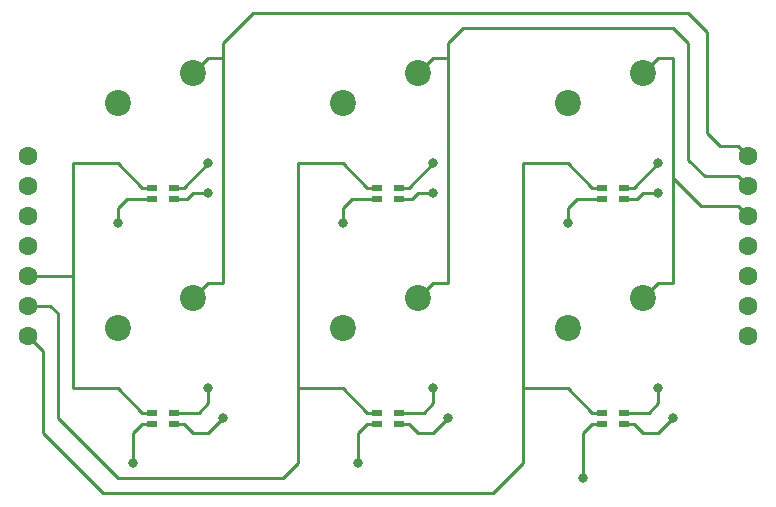
<source format=gbr>
G04 #@! TF.GenerationSoftware,KiCad,Pcbnew,(5.0.0-rc2-dev-471-ge4feb315d)*
G04 #@! TF.CreationDate,2018-04-21T02:21:12+01:00*
G04 #@! TF.ProjectId,cherry_breakout,6368657272795F627265616B6F75742E,rev?*
G04 #@! TF.SameCoordinates,Original*
G04 #@! TF.FileFunction,Copper,L1,Top,Signal*
G04 #@! TF.FilePolarity,Positive*
%FSLAX46Y46*%
G04 Gerber Fmt 4.6, Leading zero omitted, Abs format (unit mm)*
G04 Created by KiCad (PCBNEW (5.0.0-rc2-dev-471-ge4feb315d)) date Sat Apr 21 02:21:12 2018*
%MOMM*%
%LPD*%
G01*
G04 APERTURE LIST*
%ADD10C,1.600000*%
%ADD11R,0.850000X0.500000*%
%ADD12C,2.200000*%
%ADD13C,0.800000*%
%ADD14C,0.250000*%
G04 APERTURE END LIST*
D10*
X116840000Y-88265000D03*
X55880000Y-98425000D03*
X116840000Y-90805000D03*
X55880000Y-100965000D03*
X116840000Y-93345000D03*
X55880000Y-103505000D03*
X116840000Y-95885000D03*
X55880000Y-88265000D03*
X116840000Y-103505000D03*
X116840000Y-100965000D03*
X116840000Y-98425000D03*
X55880000Y-95885000D03*
X55880000Y-93345000D03*
X55880000Y-90805000D03*
D11*
X68210000Y-91940000D03*
X68210000Y-90940000D03*
X66410000Y-90940000D03*
X66410000Y-91940000D03*
X66410000Y-110990000D03*
X66410000Y-109990000D03*
X68210000Y-109990000D03*
X68210000Y-110990000D03*
X85460000Y-91940000D03*
X85460000Y-90940000D03*
X87260000Y-90940000D03*
X87260000Y-91940000D03*
X87260000Y-110990000D03*
X87260000Y-109990000D03*
X85460000Y-109990000D03*
X85460000Y-110990000D03*
X106310000Y-91940000D03*
X106310000Y-90940000D03*
X104510000Y-90940000D03*
X104510000Y-91940000D03*
X104510000Y-110990000D03*
X104510000Y-109990000D03*
X106310000Y-109990000D03*
X106310000Y-110990000D03*
D12*
X63500000Y-83820000D03*
X69850000Y-81280000D03*
X69850000Y-100330000D03*
X63500000Y-102870000D03*
X88900000Y-81280000D03*
X82550000Y-83820000D03*
X82550000Y-102870000D03*
X88900000Y-100330000D03*
X101600000Y-83820000D03*
X107950000Y-81280000D03*
X107950000Y-100330000D03*
X101600000Y-102870000D03*
D13*
X71120000Y-88900000D03*
X90170000Y-88900000D03*
X109220000Y-88900000D03*
X102870000Y-115570000D03*
X83820000Y-114300000D03*
X64770000Y-114300000D03*
X109220000Y-107950000D03*
X90170000Y-107950000D03*
X71120000Y-107950000D03*
X110490000Y-110490000D03*
X91440000Y-110490000D03*
X72390000Y-110490000D03*
X71120000Y-91440000D03*
X90170000Y-91440000D03*
X109220000Y-91440000D03*
X63500000Y-93980000D03*
X82550000Y-93980000D03*
X101600000Y-93980000D03*
D14*
X72390000Y-83820000D02*
X72390000Y-99060000D01*
X71120000Y-99060000D02*
X69850000Y-100330000D01*
X72390000Y-99060000D02*
X71120000Y-99060000D01*
X71120000Y-80010000D02*
X69850000Y-81280000D01*
X72390000Y-80010000D02*
X71120000Y-80010000D01*
X72390000Y-80010000D02*
X72390000Y-83820000D01*
X90170000Y-99060000D02*
X88900000Y-100330000D01*
X91440000Y-99060000D02*
X90170000Y-99060000D01*
X90170000Y-80010000D02*
X88900000Y-81280000D01*
X91440000Y-80010000D02*
X90170000Y-80010000D01*
X91440000Y-80010000D02*
X91440000Y-99060000D01*
X109220000Y-99060000D02*
X107950000Y-100330000D01*
X110490000Y-99060000D02*
X109220000Y-99060000D01*
X109220000Y-80010000D02*
X107950000Y-81280000D01*
X110490000Y-80010000D02*
X109220000Y-80010000D01*
X69080000Y-90940000D02*
X68210000Y-90940000D01*
X71120000Y-88900000D02*
X69080000Y-90940000D01*
X88130000Y-90940000D02*
X87260000Y-90940000D01*
X90170000Y-88900000D02*
X88130000Y-90940000D01*
X107180000Y-90940000D02*
X106310000Y-90940000D01*
X109220000Y-88900000D02*
X107180000Y-90940000D01*
X65540000Y-90940000D02*
X65735000Y-90940000D01*
X59690000Y-88900000D02*
X63500000Y-88900000D01*
X65735000Y-90940000D02*
X66410000Y-90940000D01*
X63500000Y-88900000D02*
X65540000Y-90940000D01*
X59690000Y-107950000D02*
X63500000Y-107950000D01*
X65540000Y-109990000D02*
X66410000Y-109990000D01*
X63500000Y-107950000D02*
X65540000Y-109990000D01*
X102870000Y-115570000D02*
X102870000Y-111760000D01*
X103640000Y-110990000D02*
X104510000Y-110990000D01*
X102870000Y-111760000D02*
X103640000Y-110990000D01*
X83820000Y-114300000D02*
X83820000Y-111760000D01*
X84590000Y-110990000D02*
X85460000Y-110990000D01*
X83820000Y-111760000D02*
X84590000Y-110990000D01*
X64770000Y-114300000D02*
X64770000Y-111760000D01*
X65540000Y-110990000D02*
X66410000Y-110990000D01*
X64770000Y-111760000D02*
X65540000Y-110990000D01*
X109220000Y-107950000D02*
X109220000Y-109220000D01*
X108450000Y-109990000D02*
X106310000Y-109990000D01*
X109220000Y-109220000D02*
X108450000Y-109990000D01*
X90170000Y-107950000D02*
X90170000Y-109220000D01*
X87935000Y-109990000D02*
X87260000Y-109990000D01*
X89400000Y-109990000D02*
X87935000Y-109990000D01*
X90170000Y-109220000D02*
X89400000Y-109990000D01*
X71120000Y-107950000D02*
X71120000Y-109220000D01*
X70350000Y-109990000D02*
X68210000Y-109990000D01*
X71120000Y-109220000D02*
X70350000Y-109990000D01*
X110490000Y-110490000D02*
X109220000Y-111760000D01*
X109220000Y-111760000D02*
X107950000Y-111760000D01*
X107180000Y-110990000D02*
X106310000Y-110990000D01*
X107950000Y-111760000D02*
X107180000Y-110990000D01*
X91440000Y-110490000D02*
X90170000Y-111760000D01*
X90170000Y-111760000D02*
X88900000Y-111760000D01*
X88130000Y-110990000D02*
X87260000Y-110990000D01*
X88900000Y-111760000D02*
X88130000Y-110990000D01*
X72390000Y-110490000D02*
X71120000Y-111760000D01*
X71120000Y-111760000D02*
X69850000Y-111760000D01*
X69080000Y-110990000D02*
X68210000Y-110990000D01*
X69850000Y-111760000D02*
X69080000Y-110990000D01*
X78740000Y-107950000D02*
X82550000Y-107950000D01*
X84590000Y-109990000D02*
X85460000Y-109990000D01*
X82550000Y-107950000D02*
X84590000Y-109990000D01*
X84590000Y-90940000D02*
X85460000Y-90940000D01*
X78740000Y-107950000D02*
X78740000Y-88900000D01*
X82550000Y-88900000D02*
X84590000Y-90940000D01*
X78740000Y-88900000D02*
X82550000Y-88900000D01*
X97790000Y-107950000D02*
X101600000Y-107950000D01*
X103640000Y-109990000D02*
X104510000Y-109990000D01*
X101600000Y-107950000D02*
X103640000Y-109990000D01*
X103640000Y-90940000D02*
X104510000Y-90940000D01*
X101600000Y-88900000D02*
X103640000Y-90940000D01*
X97790000Y-107950000D02*
X97790000Y-88900000D01*
X97790000Y-88900000D02*
X101600000Y-88900000D01*
X90170000Y-91440000D02*
X88900000Y-91440000D01*
X88400000Y-91940000D02*
X87260000Y-91940000D01*
X88900000Y-91440000D02*
X88400000Y-91940000D01*
X109220000Y-91440000D02*
X107950000Y-91440000D01*
X107450000Y-91940000D02*
X106310000Y-91940000D01*
X107950000Y-91440000D02*
X107450000Y-91940000D01*
X71120000Y-91440000D02*
X69850000Y-91440000D01*
X69350000Y-91940000D02*
X68210000Y-91940000D01*
X69850000Y-91440000D02*
X69350000Y-91940000D01*
X59690000Y-107950000D02*
X59690000Y-102870000D01*
X55880000Y-98425000D02*
X59690000Y-98425000D01*
X59690000Y-102870000D02*
X59690000Y-98425000D01*
X59690000Y-98425000D02*
X59690000Y-88900000D01*
X63500000Y-93980000D02*
X63500000Y-92710000D01*
X64270000Y-91940000D02*
X66410000Y-91940000D01*
X63500000Y-92710000D02*
X64270000Y-91940000D01*
X82550000Y-93980000D02*
X82550000Y-92710000D01*
X83320000Y-91940000D02*
X85460000Y-91940000D01*
X82550000Y-92710000D02*
X83320000Y-91940000D01*
X101600000Y-93980000D02*
X101600000Y-92710000D01*
X102370000Y-91940000D02*
X104510000Y-91940000D01*
X101600000Y-92710000D02*
X102370000Y-91940000D01*
X78740000Y-114300000D02*
X77470000Y-115570000D01*
X78740000Y-107950000D02*
X78740000Y-114300000D01*
X55880000Y-100965000D02*
X57785000Y-100965000D01*
X57785000Y-100965000D02*
X58420000Y-101600000D01*
X58420000Y-110490000D02*
X63500000Y-115570000D01*
X63500000Y-115570000D02*
X77470000Y-115570000D01*
X58420000Y-101600000D02*
X58420000Y-110490000D01*
X97790000Y-114300000D02*
X95250000Y-116840000D01*
X57150000Y-104775000D02*
X55880000Y-103505000D01*
X97790000Y-107950000D02*
X97790000Y-114300000D01*
X57150000Y-104775000D02*
X57150000Y-111760000D01*
X57150000Y-111760000D02*
X62230000Y-116840000D01*
X95250000Y-116840000D02*
X62230000Y-116840000D01*
X74930000Y-76200000D02*
X72390000Y-78740000D01*
X72390000Y-78740000D02*
X72390000Y-80010000D01*
X116040001Y-87465001D02*
X114464999Y-87465001D01*
X116840000Y-88265000D02*
X116040001Y-87465001D01*
X114464999Y-87465001D02*
X113359998Y-86360000D01*
X113359998Y-86360000D02*
X113359998Y-77799998D01*
X113359998Y-77799998D02*
X111760000Y-76200000D01*
X111760000Y-76200000D02*
X74930000Y-76200000D01*
X92710000Y-77470000D02*
X91440000Y-78740000D01*
X91440000Y-78740000D02*
X91440000Y-80010000D01*
X116040001Y-90005001D02*
X113194999Y-90005001D01*
X116840000Y-90805000D02*
X116040001Y-90005001D01*
X113194999Y-90005001D02*
X111760000Y-88570002D01*
X111760000Y-88570002D02*
X111760000Y-78740000D01*
X111760000Y-78740000D02*
X110490000Y-77470000D01*
X110490000Y-77470000D02*
X92710000Y-77470000D01*
X110490000Y-80010000D02*
X110490000Y-81280000D01*
X116840000Y-93345000D02*
X116040001Y-92545001D01*
X110490000Y-81280000D02*
X110490000Y-90170000D01*
X112865001Y-92545001D02*
X110490000Y-90170000D01*
X116040001Y-92545001D02*
X112865001Y-92545001D01*
X110490000Y-90170000D02*
X110490000Y-99060000D01*
M02*

</source>
